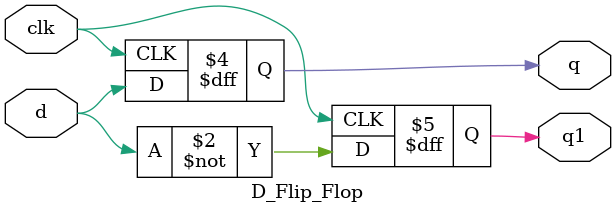
<source format=v>
`timescale 1ns / 1ps
module D_Flip_Flop(q,q1,d,clk);
output q,q1;
input d,clk;
reg q,q1;
initial 
	begin
		q=1'b0; q1=1'b1;
	end
	always @ (posedge clk)
	   begin 
		 q=d;
		 q1= ~d;
	   end
endmodule

</source>
